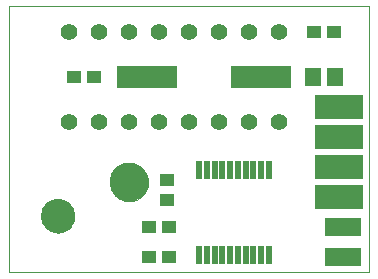
<source format=gts>
G75*
G70*
%OFA0B0*%
%FSLAX24Y24*%
%IPPOS*%
%LPD*%
%AMOC8*
5,1,8,0,0,1.08239X$1,22.5*
%
%ADD10C,0.0000*%
%ADD11C,0.1300*%
%ADD12C,0.1142*%
%ADD13C,0.0560*%
%ADD14R,0.0197X0.0631*%
%ADD15R,0.2040X0.0740*%
%ADD16R,0.0473X0.0434*%
%ADD17R,0.0552X0.0631*%
%ADD18R,0.1615X0.0827*%
%ADD19R,0.1221X0.0631*%
D10*
X000282Y000282D02*
X000282Y009152D01*
X012274Y009152D01*
X012274Y000282D01*
X000282Y000282D01*
X001356Y002157D02*
X001358Y002204D01*
X001364Y002250D01*
X001374Y002296D01*
X001387Y002341D01*
X001405Y002384D01*
X001426Y002426D01*
X001450Y002466D01*
X001478Y002503D01*
X001509Y002538D01*
X001543Y002571D01*
X001579Y002600D01*
X001618Y002626D01*
X001659Y002649D01*
X001702Y002668D01*
X001746Y002684D01*
X001791Y002696D01*
X001837Y002704D01*
X001884Y002708D01*
X001930Y002708D01*
X001977Y002704D01*
X002023Y002696D01*
X002068Y002684D01*
X002112Y002668D01*
X002155Y002649D01*
X002196Y002626D01*
X002235Y002600D01*
X002271Y002571D01*
X002305Y002538D01*
X002336Y002503D01*
X002364Y002466D01*
X002388Y002426D01*
X002409Y002384D01*
X002427Y002341D01*
X002440Y002296D01*
X002450Y002250D01*
X002456Y002204D01*
X002458Y002157D01*
X002456Y002110D01*
X002450Y002064D01*
X002440Y002018D01*
X002427Y001973D01*
X002409Y001930D01*
X002388Y001888D01*
X002364Y001848D01*
X002336Y001811D01*
X002305Y001776D01*
X002271Y001743D01*
X002235Y001714D01*
X002196Y001688D01*
X002155Y001665D01*
X002112Y001646D01*
X002068Y001630D01*
X002023Y001618D01*
X001977Y001610D01*
X001930Y001606D01*
X001884Y001606D01*
X001837Y001610D01*
X001791Y001618D01*
X001746Y001630D01*
X001702Y001646D01*
X001659Y001665D01*
X001618Y001688D01*
X001579Y001714D01*
X001543Y001743D01*
X001509Y001776D01*
X001478Y001811D01*
X001450Y001848D01*
X001426Y001888D01*
X001405Y001930D01*
X001387Y001973D01*
X001374Y002018D01*
X001364Y002064D01*
X001358Y002110D01*
X001356Y002157D01*
X003652Y003282D02*
X003654Y003332D01*
X003660Y003382D01*
X003670Y003431D01*
X003684Y003479D01*
X003701Y003526D01*
X003722Y003571D01*
X003747Y003615D01*
X003775Y003656D01*
X003807Y003695D01*
X003841Y003732D01*
X003878Y003766D01*
X003918Y003796D01*
X003960Y003823D01*
X004004Y003847D01*
X004050Y003868D01*
X004097Y003884D01*
X004145Y003897D01*
X004195Y003906D01*
X004244Y003911D01*
X004295Y003912D01*
X004345Y003909D01*
X004394Y003902D01*
X004443Y003891D01*
X004491Y003876D01*
X004537Y003858D01*
X004582Y003836D01*
X004625Y003810D01*
X004666Y003781D01*
X004705Y003749D01*
X004741Y003714D01*
X004773Y003676D01*
X004803Y003636D01*
X004830Y003593D01*
X004853Y003549D01*
X004872Y003503D01*
X004888Y003455D01*
X004900Y003406D01*
X004908Y003357D01*
X004912Y003307D01*
X004912Y003257D01*
X004908Y003207D01*
X004900Y003158D01*
X004888Y003109D01*
X004872Y003061D01*
X004853Y003015D01*
X004830Y002971D01*
X004803Y002928D01*
X004773Y002888D01*
X004741Y002850D01*
X004705Y002815D01*
X004666Y002783D01*
X004625Y002754D01*
X004582Y002728D01*
X004537Y002706D01*
X004491Y002688D01*
X004443Y002673D01*
X004394Y002662D01*
X004345Y002655D01*
X004295Y002652D01*
X004244Y002653D01*
X004195Y002658D01*
X004145Y002667D01*
X004097Y002680D01*
X004050Y002696D01*
X004004Y002717D01*
X003960Y002741D01*
X003918Y002768D01*
X003878Y002798D01*
X003841Y002832D01*
X003807Y002869D01*
X003775Y002908D01*
X003747Y002949D01*
X003722Y002993D01*
X003701Y003038D01*
X003684Y003085D01*
X003670Y003133D01*
X003660Y003182D01*
X003654Y003232D01*
X003652Y003282D01*
D11*
X004282Y003282D03*
D12*
X001907Y002157D03*
D13*
X002282Y005282D03*
X003282Y005282D03*
X004282Y005282D03*
X005282Y005282D03*
X006282Y005282D03*
X007282Y005282D03*
X008282Y005282D03*
X009282Y005282D03*
X009282Y008282D03*
X008282Y008282D03*
X007282Y008282D03*
X006282Y008282D03*
X005282Y008282D03*
X004282Y008282D03*
X003282Y008282D03*
X002282Y008282D03*
D14*
X006631Y003709D03*
X006887Y003709D03*
X007142Y003709D03*
X007398Y003709D03*
X007654Y003709D03*
X007910Y003709D03*
X008166Y003709D03*
X008422Y003709D03*
X008678Y003709D03*
X008934Y003709D03*
X008934Y000855D03*
X008678Y000855D03*
X008422Y000855D03*
X008166Y000855D03*
X007910Y000855D03*
X007654Y000855D03*
X007398Y000855D03*
X007142Y000855D03*
X006887Y000855D03*
X006631Y000855D03*
D15*
X004882Y006782D03*
X008682Y006782D03*
D16*
X010448Y008282D03*
X011117Y008282D03*
X005532Y003367D03*
X005532Y002698D03*
X005617Y001782D03*
X004948Y001782D03*
X004948Y000782D03*
X005617Y000782D03*
X003117Y006782D03*
X002448Y006782D03*
D17*
X010408Y006782D03*
X011156Y006782D03*
D18*
X011282Y005782D03*
X011282Y004782D03*
X011282Y003782D03*
X011282Y002782D03*
D19*
X011407Y001782D03*
X011407Y000782D03*
M02*

</source>
